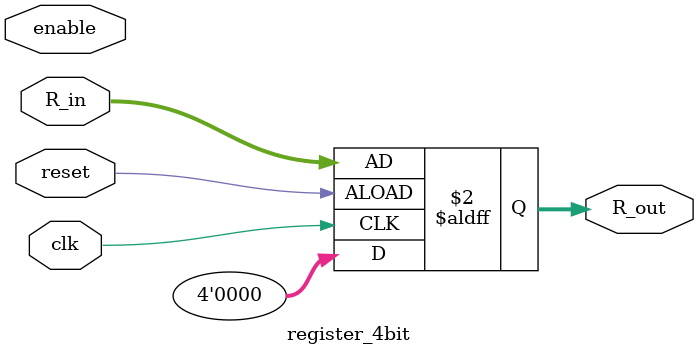
<source format=v>
module register_4bit(
    input enable,
	 input reset,
	 input clk,
	 input [3:0] R_in,
	 output reg [3:0] R_out
	 );

always @(negedge clk or negedge reset) begin
	if(reset) begin
		R_out = 0;
	end else begin
		R_out = R_in;
	end
end

endmodule

</source>
